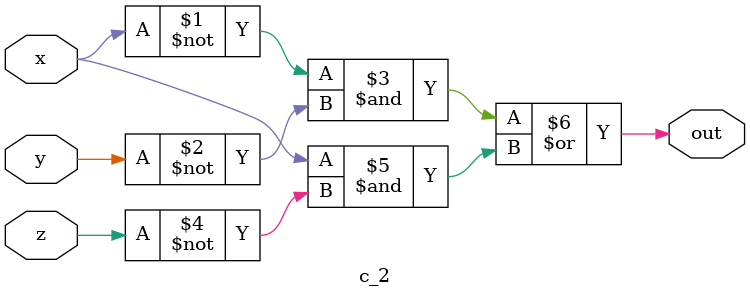
<source format=v>
`timescale 1ns / 1ps


module c_2(
    input x,
    input y,
    input z,
    output out
    );
    assign out = (~x)&(~y) | x&(~z);
endmodule

</source>
